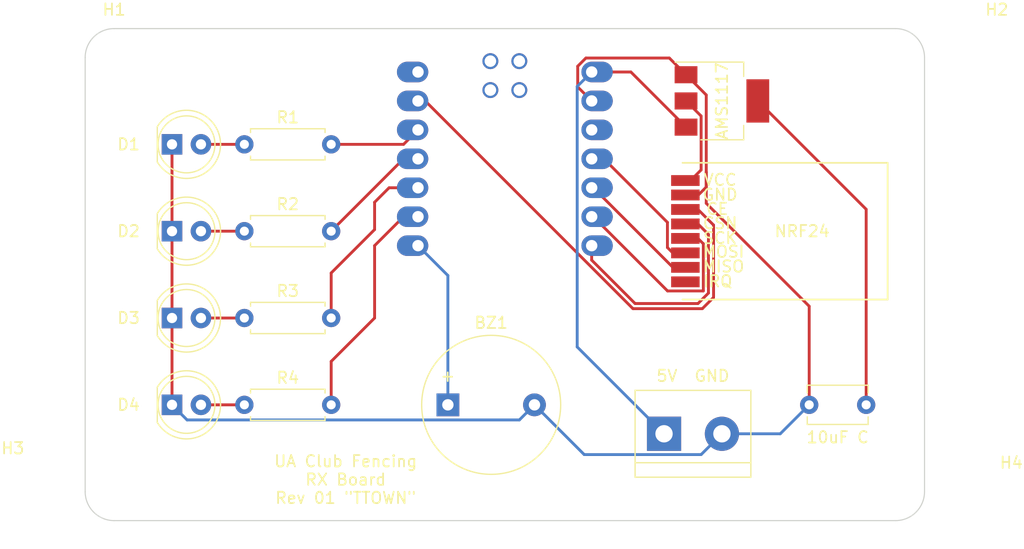
<source format=kicad_pcb>
(kicad_pcb (version 20211014) (generator pcbnew)
  (layers (0 "F.Cu" signal) (31 "B.Cu" signal) (34 "B.Paste" user) (35 "F.Paste" user) (36 "B.SilkS" user "B.Silkscreen") (37 "F.SilkS" user "F.Silkscreen") (38 "B.Mask" user) (39 "F.Mask" user) (44 "Edge.Cuts" user))
  (net 0 "")
  (net 1 "Net-(D1-Pad2)")
  (net 2 "Net-(D2-Pad2)")
  (net 3 "Net-(D3-Pad2)")
  (net 4 "Net-(D4-Pad2)")
  (net 5 "Net-(R1-Pad2)")
  (net 6 "Net-(R2-Pad2)")
  (net 7 "Net-(R3-Pad2)")
  (net 8 "Net-(R4-Pad2)")
  (net 10 "Net-(U1-Pad11)")
  (net 11 "Net-(U1-Pad10)")
  (net 12 "Net-(U1-Pad9)")
  (net 13 "Net-(U1-Pad8)")
  (net 14 "Net-(U1-Pad2)")
  (net 16 "Net-(BZ1-Pad1)")
  (net 17 "Net-(BZ1-Pad2)")
  (net 21 "Net-(C1-Pad1)")
  (net 24 "Net-(J1-Pad1)")
  (footprint "Resistor_THT:R_Axial_DIN0207_L6.3mm_D2.5mm_P7.62mm_Horizontal" (layer "F.Cu") (at 118.11 111.76)
    (fp_text reference "R4" (at 3.81 -2.37) (layer "F.SilkS"))
    (fp_text value "R")
    (fp_line (start 0.54 -1.04) (end 0.54 -1.37) (layer "F.SilkS") (width 0.12))
    (fp_line (start 0.54 -1.37) (end 7.08 -1.37) (layer "F.SilkS") (width 0.12))
    (fp_line (start 7.08 1.37) (end 7.08 1.04) (layer "F.SilkS") (width 0.12))
    (fp_line (start 0.54 1.37) (end 7.08 1.37) (layer "F.SilkS") (width 0.12))
    (fp_line (start 0.54 1.04) (end 0.54 1.37) (layer "F.SilkS") (width 0.12))
    (fp_line (start 7.08 -1.37) (end 7.08 -1.04) (layer "F.SilkS") (width 0.12))
    (pad "1" thru_hole circle (at 0 0) (size 1.6 1.6) (drill 0.8) (layers *.Cu *.Mask) (net 4 "Net-(D4-Pad2)"))
    (pad "2" thru_hole oval (at 7.62 0) (size 1.6 1.6) (drill 0.8) (layers *.Cu *.Mask) (net 8 "Net-(R4-Pad2)"))
  )
  (footprint "LED_THT:LED_D5.0mm" (layer "F.Cu") (at 111.76 96.52)
    (fp_text reference "D2" (at -3.81 0) (layer "F.SilkS"))
    (fp_text value "LED")
    (fp_line (start -1.29 -1.545) (end -1.29 1.545) (layer "F.SilkS") (width 0.12))
    (fp_arc (start 4.26 -0.000462) (mid 2.072002 2.880433) (end -1.29 1.54483) (layer "F.SilkS") (width 0.12))
    (fp_arc (start -1.29 -1.54483) (mid 2.072002 -2.880433) (end 4.26 0.000462) (layer "F.SilkS") (width 0.12))
    (fp_circle (center 1.27 0) (end 3.77 0) (layer "F.SilkS") (width 0.12) (fill none))
    (pad "1" thru_hole rect (at 0 0) (size 1.8 1.8) (drill 0.9) (layers *.Cu *.Mask) (net 17 "Net-(BZ1-Pad2)"))
    (pad "2" thru_hole circle (at 2.54 0) (size 1.8 1.8) (drill 0.9) (layers *.Cu *.Mask) (net 2 "Net-(D2-Pad2)"))
  )
  (footprint "LED_THT:LED_D5.0mm" (layer "F.Cu") (at 111.76 111.76)
    (fp_text reference "D4" (at -3.81 0) (layer "F.SilkS"))
    (fp_text value "LED")
    (fp_line (start -1.29 -1.545) (end -1.29 1.545) (layer "F.SilkS") (width 0.12))
    (fp_arc (start 4.26 -0.000462) (mid 2.072002 2.880433) (end -1.29 1.54483) (layer "F.SilkS") (width 0.12))
    (fp_arc (start -1.29 -1.54483) (mid 2.072002 -2.880433) (end 4.26 0.000462) (layer "F.SilkS") (width 0.12))
    (fp_circle (center 1.27 0) (end 3.77 0) (layer "F.SilkS") (width 0.12) (fill none))
    (pad "1" thru_hole rect (at 0 0) (size 1.8 1.8) (drill 0.9) (layers *.Cu *.Mask) (net 17 "Net-(BZ1-Pad2)"))
    (pad "2" thru_hole circle (at 2.54 0) (size 1.8 1.8) (drill 0.9) (layers *.Cu *.Mask) (net 4 "Net-(D4-Pad2)"))
  )
  (footprint "Capacitor_THT:C_Disc_D5.1mm_W3.2mm_P5.00mm" (layer "F.Cu") (at 172.68 111.76 180)
    (fp_text reference "10uF C" (at 2.5 -2.85) (layer "F.SilkS"))
    (fp_text value "C")
    (fp_line (start 5.17 1.055) (end 5.17 1.721) (layer "F.SilkS") (width 0.12))
    (fp_line (start -0.17 1.721) (end 5.17 1.721) (layer "F.SilkS") (width 0.12))
    (fp_line (start -0.17 -1.721) (end -0.17 -1.055) (layer "F.SilkS") (width 0.12))
    (fp_line (start -0.17 1.055) (end -0.17 1.721) (layer "F.SilkS") (width 0.12))
    (fp_line (start 5.17 -1.721) (end 5.17 -1.055) (layer "F.SilkS") (width 0.12))
    (fp_line (start -0.17 -1.721) (end 5.17 -1.721) (layer "F.SilkS") (width 0.12))
    (pad "1" thru_hole circle (at 0 0 180) (size 1.6 1.6) (drill 0.8) (layers *.Cu *.Mask) (net 21 "Net-(C1-Pad1)"))
    (pad "2" thru_hole circle (at 5 0 180) (size 1.6 1.6) (drill 0.8) (layers *.Cu *.Mask) (net 17 "Net-(BZ1-Pad2)"))
  )
  (footprint "Resistor_THT:R_Axial_DIN0207_L6.3mm_D2.5mm_P7.62mm_Horizontal" (layer "F.Cu") (at 118.11 104.14)
    (fp_text reference "R3" (at 3.81 -2.37) (layer "F.SilkS"))
    (fp_text value "R")
    (fp_line (start 0.54 1.04) (end 0.54 1.37) (layer "F.SilkS") (width 0.12))
    (fp_line (start 0.54 -1.37) (end 7.08 -1.37) (layer "F.SilkS") (width 0.12))
    (fp_line (start 0.54 1.37) (end 7.08 1.37) (layer "F.SilkS") (width 0.12))
    (fp_line (start 0.54 -1.04) (end 0.54 -1.37) (layer "F.SilkS") (width 0.12))
    (fp_line (start 7.08 -1.37) (end 7.08 -1.04) (layer "F.SilkS") (width 0.12))
    (fp_line (start 7.08 1.37) (end 7.08 1.04) (layer "F.SilkS") (width 0.12))
    (pad "1" thru_hole circle (at 0 0) (size 1.6 1.6) (drill 0.8) (layers *.Cu *.Mask) (net 3 "Net-(D3-Pad2)"))
    (pad "2" thru_hole oval (at 7.62 0) (size 1.6 1.6) (drill 0.8) (layers *.Cu *.Mask) (net 7 "Net-(R3-Pad2)"))
  )
  (footprint "MountingHole:MountingHole_3.2mm_M3" (layer "F.Cu") (at 106.68 119.38)
    (fp_text reference "H3" (at -8.89 -3.81) (layer "F.SilkS"))
    (fp_text value "MountingHole")
    (pad "" np_thru_hole circle (at 0 0) (size 3.2 3.2) (drill 3.2) (layers *.Cu *.Mask))
  )
  (footprint "MountingHole:MountingHole_3.2mm_M3" (layer "F.Cu") (at 106.68 81.28)
    (fp_text reference "H1" (at 0 -4.2) (layer "F.SilkS"))
    (fp_text value "MountingHole")
    (pad "" np_thru_hole circle (at 0 0) (size 3.2 3.2) (drill 3.2) (layers *.Cu *.Mask))
  )
  (footprint "nrf24smd:NRF24L01-Module-SMD" (layer "F.Cu") (at 157.5625 96.52 180)
    (fp_text reference "NRF24" (at -9.5 0) (layer "F.SilkS"))
    (fp_text value "nRF24L01_module")
    (fp_text user "CE" (at -2.05 1.95) (layer "F.SilkS"))
    (fp_text user "VCC" (at -2.3 4.5) (layer "F.SilkS"))
    (fp_text user "CSN" (at -2.3 0.7) (layer "F.SilkS"))
    (fp_text user "MOSI" (at -2.6 -1.8) (layer "F.SilkS"))
    (fp_text user "SCK" (at -2.3 -0.6) (layer "F.SilkS"))
    (fp_text user "GND" (at -2.3 3.2) (layer "F.SilkS"))
    (fp_text user "IRQ" (at -2.1 -4.4) (layer "F.SilkS"))
    (fp_text user "MISO" (at -2.6 -3.1) (layer "F.SilkS"))
    (fp_line (start -17 6) (end 1 6) (layer "F.SilkS") (width 0.15))
    (fp_line (start -17 -6) (end -17 6) (layer "F.SilkS") (width 0.15))
    (fp_line (start 1 -6) (end -17 -6) (layer "F.SilkS") (width 0.15))
    (pad "1" smd rect locked (at 0.3 4.445 180) (size 2.5 0.95) (drill (offset 0.45 0)) (layers "F.Cu" "F.Paste" "F.Mask") (net 21 "Net-(C1-Pad1)"))
    (pad "2" smd rect locked (at 0.3 3.175 180) (size 2.5 0.95) (drill (offset 0.45 0)) (layers "F.Cu" "F.Paste" "F.Mask") (net 17 "Net-(BZ1-Pad2)"))
    (pad "3" smd rect locked (at 0.3 1.905 180) (size 2.5 0.95) (drill (offset 0.45 0)) (layers "F.Cu" "F.Paste" "F.Mask") (net 14 "Net-(U1-Pad2)"))
    (pad "4" smd rect locked (at 0.3 0.635 180) (size 2.5 0.95) (drill (offset 0.45 0)) (layers "F.Cu" "F.Paste" "F.Mask") (net 13 "Net-(U1-Pad8)"))
    (pad "5" smd rect locked (at 0.3 -0.635 180) (size 2.5 0.95) (drill (offset 0.45 0)) (layers "F.Cu" "F.Paste" "F.Mask") (net 12 "Net-(U1-Pad9)"))
    (pad "6" smd rect locked (at 0.3 -1.905 180) (size 2.5 0.95) (drill (offset 0.45 0)) (layers "F.Cu" "F.Paste" "F.Mask") (net 10 "Net-(U1-Pad11)"))
    (pad "7" smd rect locked (at 0.3 -3.175 180) (size 2.5 0.95) (drill (offset 0.45 0)) (layers "F.Cu" "F.Paste" "F.Mask") (net 11 "Net-(U1-Pad10)"))
    (pad "8" smd rect locked (at 0.3 -4.445 180) (size 2.5 0.95) (drill (offset 0.45 0)) (layers "F.Cu" "F.Paste" "F.Mask"))
  )
  (footprint "seeed:xiao-tht" (layer "F.Cu") (at 140.97 90.17)
    (fp_text reference "U1" hide)
    (fp_text value "SeeeduinoXIAO" hide)
    (pad "1" thru_hole oval (at -7.62 -7.62) (size 2.75 1.8) (drill 1 (offset -0.475 0)) (layers *.Cu *.Mask))
    (pad "2" thru_hole oval (at -7.62 -5.08) (size 2.75 1.8) (drill 1 (offset -0.475 0)) (layers *.Cu *.Mask) (net 14 "Net-(U1-Pad2)"))
    (pad "3" thru_hole oval (at -7.62 -2.54) (size 2.75 1.8) (drill 1 (offset -0.475 0)) (layers *.Cu *.Mask) (net 5 "Net-(R1-Pad2)"))
    (pad "4" thru_hole oval (at -7.62 0) (size 2.75 1.8) (drill 1 (offset -0.475 0)) (layers *.Cu *.Mask) (net 6 "Net-(R2-Pad2)"))
    (pad "5" thru_hole oval (at -7.62 2.54) (size 2.75 1.8) (drill 1 (offset -0.475 0)) (layers *.Cu *.Mask) (net 7 "Net-(R3-Pad2)"))
    (pad "6" thru_hole oval (at -7.62 5.08) (size 2.75 1.8) (drill 1 (offset -0.475 0)) (layers *.Cu *.Mask) (net 8 "Net-(R4-Pad2)"))
    (pad "7" thru_hole oval (at -7.62 7.62) (size 2.75 1.8) (drill 1 (offset -0.475 0)) (layers *.Cu *.Mask) (net 16 "Net-(BZ1-Pad1)"))
    (pad "8" thru_hole oval (at 7.62 7.62 180) (size 2.75 1.8) (drill 1 (offset -0.475 0)) (layers *.Cu *.Mask) (net 13 "Net-(U1-Pad8)"))
    (pad "9" thru_hole oval (at 7.62 5.08 180) (size 2.75 1.8) (drill 1 (offset -0.475 0)) (layers *.Cu *.Mask) (net 12 "Net-(U1-Pad9)"))
    (pad "10" thru_hole oval (at 7.62 2.54 180) (size 2.75 1.8) (drill 1 (offset -0.475 0)) (layers *.Cu *.Mask) (net 11 "Net-(U1-Pad10)"))
    (pad "11" thru_hole oval (at 7.62 0 180) (size 2.75 1.8) (drill 1 (offset -0.475 0)) (layers *.Cu *.Mask) (net 10 "Net-(U1-Pad11)"))
    (pad "12" thru_hole oval (at 7.62 -2.54 180) (size 2.75 1.8) (drill 1 (offset -0.475 0)) (layers *.Cu *.Mask))
    (pad "13" thru_hole oval (at 7.62 -5.08 180) (size 2.75 1.8) (drill 1 (offset -0.475 0)) (layers *.Cu *.Mask) (net 17 "Net-(BZ1-Pad2)"))
    (pad "14" thru_hole oval (at 7.62 -7.62 180) (size 2.75 1.8) (drill 1 (offset -0.475 0)) (layers *.Cu *.Mask) (net 24 "Net-(J1-Pad1)"))
    (pad "15" thru_hole circle (at -1.27 -8.572 90) (size 1.397 1.397) (drill 1.016) (layers *.Cu *.Mask))
    (pad "16" thru_hole circle (at 1.27 -8.572 90) (size 1.397 1.397) (drill 1.016) (layers *.Cu *.Mask))
    (pad "17" thru_hole circle (at -1.27 -6.032 90) (size 1.397 1.397) (drill 1.016) (layers *.Cu *.Mask))
    (pad "18" thru_hole circle (at 1.27 -6.032 90) (size 1.397 1.397) (drill 1.016) (layers *.Cu *.Mask))
  )
  (footprint "Buzzer_Beeper:Buzzer_12x9.5RM7.6" (layer "F.Cu") (at 135.97 111.76)
    (fp_text reference "BZ1" (at 3.8 -7.2) (layer "F.SilkS"))
    (fp_text value "Buzzer")
    (fp_text user "+" (at -0.01 -2.54) (layer "F.SilkS"))
    (fp_circle (center 3.8 0) (end 9.9 0) (layer "F.SilkS") (width 0.12) (fill none))
    (pad "1" thru_hole rect (at 0 0) (size 2 2) (drill 1) (layers *.Cu *.Mask) (net 16 "Net-(BZ1-Pad1)"))
    (pad "2" thru_hole circle (at 7.6 0) (size 2 2) (drill 1) (layers *.Cu *.Mask) (net 17 "Net-(BZ1-Pad2)"))
  )
  (footprint "Package_TO_SOT_SMD:SOT-223-3_TabPin2" (layer "F.Cu") (at 160.02 85.09)
    (fp_text reference "AMS1117" (at 0 0 90) (layer "F.SilkS"))
    (fp_text value "AMS1117-3.3")
    (fp_line (start 1.91 -3.41) (end 1.91 -2.15) (layer "F.SilkS") (width 0.12))
    (fp_line (start -1.85 3.41) (end 1.91 3.41) (layer "F.SilkS") (width 0.12))
    (fp_line (start -4.1 -3.41) (end 1.91 -3.41) (layer "F.SilkS") (width 0.12))
    (fp_line (start 1.91 3.41) (end 1.91 2.15) (layer "F.SilkS") (width 0.12))
    (pad "1" smd rect (at -3.15 -2.3) (size 2 1.5) (layers "F.Cu" "F.Paste" "F.Mask") (net 17 "Net-(BZ1-Pad2)"))
    (pad "2" smd rect (at -3.15 0) (size 2 1.5) (layers "F.Cu" "F.Paste" "F.Mask") (net 21 "Net-(C1-Pad1)"))
    (pad "2" smd rect (at 3.15 0) (size 2 3.8) (layers "F.Cu" "F.Paste" "F.Mask") (net 21 "Net-(C1-Pad1)"))
    (pad "3" smd rect (at -3.15 2.3) (size 2 1.5) (layers "F.Cu" "F.Paste" "F.Mask") (net 24 "Net-(J1-Pad1)"))
  )
  (footprint "TerminalBlock:TerminalBlock_bornier-2_P5.08mm" (layer "F.Cu") (at 154.94 114.3)
    (fp_text reference "5V  GND" (at 2.54 -5.08) (layer "F.SilkS"))
    (fp_text value "Screw_Terminal_01x02")
    (fp_line (start -2.54 3.81) (end 7.62 3.81) (layer "F.SilkS") (width 0.12))
    (fp_line (start 7.62 -3.81) (end -2.54 -3.81) (layer "F.SilkS") (width 0.12))
    (fp_line (start -2.54 -3.81) (end -2.54 3.81) (layer "F.SilkS") (width 0.12))
    (fp_line (start 7.62 2.54) (end -2.54 2.54) (layer "F.SilkS") (width 0.12))
    (fp_line (start 7.62 3.81) (end 7.62 -3.81) (layer "F.SilkS") (width 0.12))
    (pad "1" thru_hole rect (at 0 0) (size 3 3) (drill 1.52) (layers *.Cu *.Mask) (net 24 "Net-(J1-Pad1)"))
    (pad "2" thru_hole circle (at 5.08 0) (size 3 3) (drill 1.52) (layers *.Cu *.Mask) (net 17 "Net-(BZ1-Pad2)"))
  )
  (footprint "MountingHole:MountingHole_3.2mm_M3" (layer "F.Cu") (at 175.26 81.28)
    (fp_text reference "H2" (at 8.89 -4.2) (layer "F.SilkS"))
    (fp_text value "MountingHole")
    (pad "" np_thru_hole circle (at 0 0) (size 3.2 3.2) (drill 3.2) (layers *.Cu *.Mask))
  )
  (footprint "Resistor_THT:R_Axial_DIN0207_L6.3mm_D2.5mm_P7.62mm_Horizontal" (layer "F.Cu") (at 118.11 96.52)
    (fp_text reference "R2" (at 3.81 -2.37) (layer "F.SilkS"))
    (fp_text value "R")
    (fp_line (start 7.08 -1.37) (end 7.08 -1.04) (layer "F.SilkS") (width 0.12))
    (fp_line (start 7.08 1.37) (end 7.08 1.04) (layer "F.SilkS") (width 0.12))
    (fp_line (start 0.54 -1.04) (end 0.54 -1.37) (layer "F.SilkS") (width 0.12))
    (fp_line (start 0.54 1.37) (end 7.08 1.37) (layer "F.SilkS") (width 0.12))
    (fp_line (start 0.54 1.04) (end 0.54 1.37) (layer "F.SilkS") (width 0.12))
    (fp_line (start 0.54 -1.37) (end 7.08 -1.37) (layer "F.SilkS") (width 0.12))
    (pad "1" thru_hole circle (at 0 0) (size 1.6 1.6) (drill 0.8) (layers *.Cu *.Mask) (net 2 "Net-(D2-Pad2)"))
    (pad "2" thru_hole oval (at 7.62 0) (size 1.6 1.6) (drill 0.8) (layers *.Cu *.Mask) (net 6 "Net-(R2-Pad2)"))
  )
  (footprint "Resistor_THT:R_Axial_DIN0207_L6.3mm_D2.5mm_P7.62mm_Horizontal" (layer "F.Cu") (at 118.11 88.9)
    (fp_text reference "R1" (at 3.81 -2.37) (layer "F.SilkS"))
    (fp_text value "R")
    (fp_line (start 0.54 1.37) (end 7.08 1.37) (layer "F.SilkS") (width 0.12))
    (fp_line (start 0.54 1.04) (end 0.54 1.37) (layer "F.SilkS") (width 0.12))
    (fp_line (start 0.54 -1.37) (end 7.08 -1.37) (layer "F.SilkS") (width 0.12))
    (fp_line (start 7.08 -1.37) (end 7.08 -1.04) (layer "F.SilkS") (width 0.12))
    (fp_line (start 0.54 -1.04) (end 0.54 -1.37) (layer "F.SilkS") (width 0.12))
    (fp_line (start 7.08 1.37) (end 7.08 1.04) (layer "F.SilkS") (width 0.12))
    (pad "1" thru_hole circle (at 0 0) (size 1.6 1.6) (drill 0.8) (layers *.Cu *.Mask) (net 1 "Net-(D1-Pad2)"))
    (pad "2" thru_hole oval (at 7.62 0) (size 1.6 1.6) (drill 0.8) (layers *.Cu *.Mask) (net 5 "Net-(R1-Pad2)"))
  )
  (footprint "LED_THT:LED_D5.0mm" (layer "F.Cu") (at 111.76 104.14)
    (fp_text reference "D3" (at -3.81 0) (layer "F.SilkS"))
    (fp_text value "LED")
    (fp_line (start -1.29 -1.545) (end -1.29 1.545) (layer "F.SilkS") (width 0.12))
    (fp_arc (start -1.29 -1.54483) (mid 2.072002 -2.880433) (end 4.26 0.000462) (layer "F.SilkS") (width 0.12))
    (fp_arc (start 4.26 -0.000462) (mid 2.072002 2.880433) (end -1.29 1.54483) (layer "F.SilkS") (width 0.12))
    (fp_circle (center 1.27 0) (end 3.77 0) (layer "F.SilkS") (width 0.12) (fill none))
    (pad "1" thru_hole rect (at 0 0) (size 1.8 1.8) (drill 0.9) (layers *.Cu *.Mask) (net 17 "Net-(BZ1-Pad2)"))
    (pad "2" thru_hole circle (at 2.54 0) (size 1.8 1.8) (drill 0.9) (layers *.Cu *.Mask) (net 3 "Net-(D3-Pad2)"))
  )
  (footprint "MountingHole:MountingHole_3.2mm_M3" (layer "F.Cu") (at 175.26 119.38)
    (fp_text reference "H4" (at 10.16 -2.54) (layer "F.SilkS"))
    (fp_text value "MountingHole")
    (pad "" np_thru_hole circle (at 0 0) (size 3.2 3.2) (drill 3.2) (layers *.Cu *.Mask))
  )
  (footprint "LED_THT:LED_D5.0mm" (layer "F.Cu") (at 111.76 88.9)
    (fp_text reference "D1" (at -3.81 0) (layer "F.SilkS"))
    (fp_text value "LED")
    (fp_line (start -1.29 -1.545) (end -1.29 1.545) (layer "F.SilkS") (width 0.12))
    (fp_arc (start 4.26 -0.000462) (mid 2.072002 2.880433) (end -1.29 1.54483) (layer "F.SilkS") (width 0.12))
    (fp_arc (start -1.29 -1.54483) (mid 2.072002 -2.880433) (end 4.26 0.000462) (layer "F.SilkS") (width 0.12))
    (fp_circle (center 1.27 0) (end 3.77 0) (layer "F.SilkS") (width 0.12) (fill none))
    (pad "1" thru_hole rect (at 0 0) (size 1.8 1.8) (drill 0.9) (layers *.Cu *.Mask) (net 17 "Net-(BZ1-Pad2)"))
    (pad "2" thru_hole circle (at 2.54 0) (size 1.8 1.8) (drill 0.9) (layers *.Cu *.Mask) (net 1 "Net-(D1-Pad2)"))
  )
  (gr_arc (start 177.8 119.38) (mid 177.056051 121.176051) (end 175.26 121.92) (layer "Edge.Cuts") (width 0.1))
  (gr_arc (start 106.68 121.92) (mid 104.883949 121.176051) (end 104.14 119.38) (layer "Edge.Cuts") (width 0.1))
  (gr_line (start 175.26 78.74) (end 106.68 78.74) (layer "Edge.Cuts") (width 0.1))
  (gr_arc (start 104.14 81.28) (mid 104.883949 79.483949) (end 106.68 78.74) (layer "Edge.Cuts") (width 0.1))
  (gr_arc (start 175.26 78.74) (mid 177.056051 79.483949) (end 177.8 81.28) (layer "Edge.Cuts") (width 0.1))
  (gr_line (start 177.8 119.38) (end 177.8 81.28) (layer "Edge.Cuts") (width 0.1))
  (gr_line (start 104.14 81.28) (end 104.14 119.38) (layer "Edge.Cuts") (width 0.1))
  (gr_line (start 106.68 121.92) (end 175.26 121.92) (layer "Edge.Cuts") (width 0.1))
  (gr_text "UA Club Fencing\nRX Board\nRev 01 {dblquote}TTOWN{dblquote}\n\n" (at 127 119.126) (layer "F.SilkS") (effects (font (size 1 1))))
  (segment (start 114.3 88.9) (end 118.11 88.9) (width 0.25) (layer "F.Cu") (net 1))
  (segment (start 114.3 96.52) (end 118.11 96.52) (width 0.25) (layer "F.Cu") (net 2))
  (segment (start 114.3 104.14) (end 118.11 104.14) (width 0.25) (layer "F.Cu") (net 3))
  (segment (start 114.3 111.76) (end 118.11 111.76) (width 0.25) (layer "F.Cu") (net 4))
  (segment (start 132.08 88.9) (end 133.35 87.63) (width 0.25) (layer "F.Cu") (net 5))
  (segment (start 125.73 88.9) (end 132.08 88.9) (width 0.25) (layer "F.Cu") (net 5))
  (segment (start 125.73 96.52) (end 132.08 90.17) (width 0.25) (layer "F.Cu") (net 6))
  (segment (start 132.08 90.17) (end 133.35 90.17) (width 0.25) (layer "F.Cu") (net 6))
  (segment (start 129.54 96.377588) (end 129.54 93.98) (width 0.25) (layer "F.Cu") (net 7))
  (segment (start 125.73 100.187588) (end 129.54 96.377588) (width 0.25) (layer "F.Cu") (net 7))
  (segment (start 125.73 104.14) (end 125.73 100.187588) (width 0.25) (layer "F.Cu") (net 7))
  (segment (start 130.81 92.71) (end 133.35 92.71) (width 0.25) (layer "F.Cu") (net 7))
  (segment (start 129.54 93.98) (end 130.81 92.71) (width 0.25) (layer "F.Cu") (net 7))
  (segment (start 132.08 95.25) (end 133.35 95.25) (width 0.25) (layer "F.Cu") (net 8))
  (segment (start 129.54 104.14) (end 129.54 97.79) (width 0.25) (layer "F.Cu") (net 8))
  (segment (start 125.73 111.76) (end 125.73 107.95) (width 0.25) (layer "F.Cu") (net 8))
  (segment (start 129.54 97.79) (end 132.08 95.25) (width 0.25) (layer "F.Cu") (net 8))
  (segment (start 125.73 107.95) (end 129.54 104.14) (width 0.25) (layer "F.Cu") (net 8))
  (segment (start 155.2375 95.745) (end 149.6625 90.17) (width 0.25) (layer "F.Cu") (net 10))
  (segment (start 155.2375 97.955) (end 155.2375 95.745) (width 0.25) (layer "F.Cu") (net 10))
  (segment (start 149.6625 90.17) (end 148.59 90.17) (width 0.25) (layer "F.Cu") (net 10))
  (segment (start 157.2625 98.425) (end 155.7075 98.425) (width 0.25) (layer "F.Cu") (net 10))
  (segment (start 155.7075 98.425) (end 155.2375 97.955) (width 0.25) (layer "F.Cu") (net 10))
  (segment (start 148.732412 92.71) (end 148.59 92.71) (width 0.25) (layer "F.Cu") (net 11))
  (segment (start 157.2625 99.695) (end 155.717412 99.695) (width 0.25) (layer "F.Cu") (net 11))
  (segment (start 155.717412 99.695) (end 148.732412 92.71) (width 0.25) (layer "F.Cu") (net 11))
  (segment (start 155.247412 101.765) (end 148.732412 95.25) (width 0.25) (layer "F.Cu") (net 12))
  (segment (start 157.2625 97.155) (end 157.9175 97.155) (width 0.25) (layer "F.Cu") (net 12))
  (segment (start 158.3875 97.625) (end 158.3875 101.765) (width 0.25) (layer "F.Cu") (net 12))
  (segment (start 148.732412 95.25) (end 148.59 95.25) (width 0.25) (layer "F.Cu") (net 12))
  (segment (start 157.9175 97.155) (end 158.3875 97.625) (width 0.25) (layer "F.Cu") (net 12))
  (segment (start 158.3875 101.765) (end 155.247412 101.765) (width 0.25) (layer "F.Cu") (net 12))
  (segment (start 158.8375 96.805) (end 158.8375 101.951396) (width 0.25) (layer "F.Cu") (net 13))
  (segment (start 148.59 99.06) (end 148.59 97.79) (width 0.25) (layer "F.Cu") (net 13))
  (segment (start 158.8375 101.951396) (end 157.918896 102.87) (width 0.25) (layer "F.Cu") (net 13))
  (segment (start 157.2625 95.885) (end 157.9175 95.885) (width 0.25) (layer "F.Cu") (net 13))
  (segment (start 157.918896 102.87) (end 152.4 102.87) (width 0.25) (layer "F.Cu") (net 13))
  (segment (start 152.4 102.87) (end 148.59 99.06) (width 0.25) (layer "F.Cu") (net 13))
  (segment (start 157.9175 95.885) (end 158.8375 96.805) (width 0.25) (layer "F.Cu") (net 13))
  (segment (start 157.9175 94.615) (end 159.2875 95.985) (width 0.25) (layer "F.Cu") (net 14))
  (segment (start 157.2625 94.615) (end 157.9175 94.615) (width 0.25) (layer "F.Cu") (net 14))
  (segment (start 133.983604 85.09) (end 133.35 85.09) (width 0.25) (layer "F.Cu") (net 14))
  (segment (start 152.213604 103.32) (end 133.983604 85.09) (width 0.25) (layer "F.Cu") (net 14))
  (segment (start 159.2875 102.3325) (end 158.3 103.32) (width 0.25) (layer "F.Cu") (net 14))
  (segment (start 159.2875 95.985) (end 159.2875 102.3325) (width 0.25) (layer "F.Cu") (net 14))
  (segment (start 158.3 103.32) (end 152.213604 103.32) (width 0.25) (layer "F.Cu") (net 14))
  (segment (start 135.97 111.76) (end 135.97 100.41) (width 0.25) (layer "B.Cu") (net 16))
  (segment (start 135.97 100.41) (end 133.35 97.79) (width 0.25) (layer "B.Cu") (net 16))
  (segment (start 156.87 82.79) (end 155.405 81.325) (width 0.25) (layer "F.Cu") (net 17))
  (segment (start 111.76 104.14) (end 111.76 111.76) (width 0.25) (layer "F.Cu") (net 17))
  (segment (start 147.365 82.042588) (end 147.365 83.865) (width 0.25) (layer "F.Cu") (net 17))
  (segment (start 111.76 88.9) (end 111.76 96.52) (width 0.25) (layer "F.Cu") (net 17))
  (segment (start 111.76 96.52) (end 111.76 104.14) (width 0.25) (layer "F.Cu") (net 17))
  (segment (start 156.87 82.79) (end 158.645 84.565) (width 0.25) (layer "F.Cu") (net 17))
  (segment (start 158.645 84.565) (end 158.645 91.335) (width 0.25) (layer "F.Cu") (net 17))
  (segment (start 155.405 81.325) (end 148.082588 81.325) (width 0.25) (layer "F.Cu") (net 17))
  (segment (start 158.645 91.335) (end 158.645 92.65) (width 0.25) (layer "F.Cu") (net 17))
  (segment (start 157.95 93.345) (end 157.2625 93.345) (width 0.25) (layer "F.Cu") (net 17))
  (segment (start 158.645 92.65) (end 157.95 93.345) (width 0.25) (layer "F.Cu") (net 17))
  (segment (start 148.082588 81.325) (end 147.365 82.042588) (width 0.25) (layer "F.Cu") (net 17))
  (segment (start 167.68 103.1075) (end 158.645 94.0725) (width 0.25) (layer "F.Cu") (net 17))
  (segment (start 167.68 111.76) (end 167.68 103.1075) (width 0.25) (layer "F.Cu") (net 17))
  (segment (start 147.365 83.865) (end 148.59 85.09) (width 0.25) (layer "F.Cu") (net 17))
  (segment (start 158.645 94.0725) (end 158.645 91.335) (width 0.25) (layer "F.Cu") (net 17))
  (segment (start 143.57 111.76) (end 147.935 116.125) (width 0.25) (layer "B.Cu") (net 17))
  (segment (start 111.76 111.76) (end 113.085 113.085) (width 0.25) (layer "B.Cu") (net 17))
  (segment (start 147.935 116.125) (end 158.195 116.125) (width 0.25) (layer "B.Cu") (net 17))
  (segment (start 113.085 113.085) (end 142.245 113.085) (width 0.25) (layer "B.Cu") (net 17))
  (segment (start 160.02 114.3) (end 165.14 114.3) (width 0.25) (layer "B.Cu") (net 17))
  (segment (start 165.14 114.3) (end 167.68 111.76) (width 0.25) (layer "B.Cu") (net 17))
  (segment (start 142.245 113.085) (end 143.57 111.76) (width 0.25) (layer "B.Cu") (net 17))
  (segment (start 158.195 116.125) (end 160.02 114.3) (width 0.25) (layer "B.Cu") (net 17))
  (segment (start 172.68 111.76) (end 172.68 94.6) (width 0.25) (layer "F.Cu") (net 21))
  (segment (start 158.195 91.1425) (end 158.195 86.415) (width 0.25) (layer "F.Cu") (net 21))
  (segment (start 172.68 94.6) (end 163.17 85.09) (width 0.25) (layer "F.Cu") (net 21))
  (segment (start 157.2625 92.075) (end 158.195 91.1425) (width 0.25) (layer "F.Cu") (net 21))
  (segment (start 158.195 86.415) (end 156.87 85.09) (width 0.25) (layer "F.Cu") (net 21))
  (segment (start 152.03 82.55) (end 148.59 82.55) (width 0.25) (layer "F.Cu") (net 24))
  (segment (start 156.87 87.39) (end 152.03 82.55) (width 0.25) (layer "F.Cu") (net 24))
  (segment (start 154.94 114.3) (end 147.32 106.68) (width 0.25) (layer "B.Cu") (net 24))
  (segment (start 147.32 83.82) (end 148.59 82.55) (width 0.25) (layer "B.Cu") (net 24))
  (segment (start 147.32 106.68) (end 147.32 83.82) (width 0.25) (layer "B.Cu") (net 24))
)
</source>
